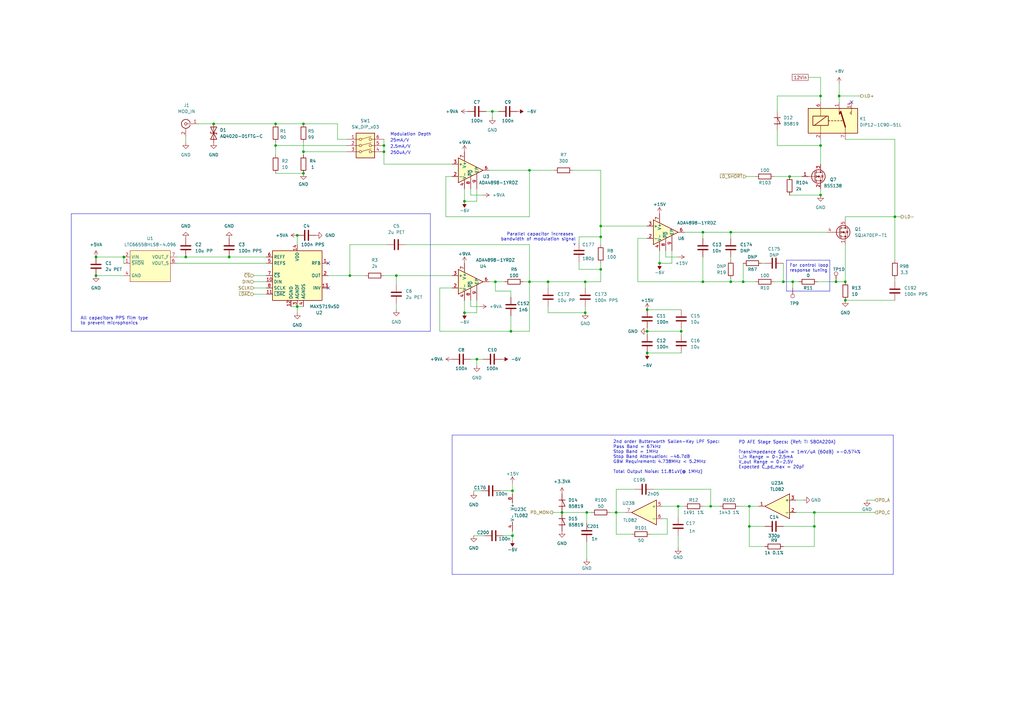
<source format=kicad_sch>
(kicad_sch (version 20230121) (generator eeschema)
  (paper "A3")
  (title_block (title "Kirdy") (date "2022-07-03") (rev "r0.1") (company "M-Labs") (comment 1 "Alex Wong Tat Hang"))
  (lib_symbols
    (symbol "Amplifier_Operational:ADA4898-1YRDZ" (pin_names (offset 0.127))
      (property "Reference" "U" (at 3.81 3.81 0))
      (property "Value" "ADA4898-1YRDZ" (at 11.43 -2.54 0))
      (symbol "ADA4898-1YRDZ_1_1"
        (pin input line (at -7.62 -2.54 0) (length 2.54) (name "-") (number "2"))
        (pin input line (at -7.62 2.54 0) (length 2.54) (name "+") (number "3"))
        (pin power_in line (at -2.54 -7.62 90) (length 3.81) (name "V-") (number "4"))
        (pin output line (at 7.62 0 180) (length 2.54) (name "~") (number "6"))
        (pin power_in line (at -2.54 7.62 270) (length 3.81) (name "V+") (number "7"))
        (pin input line (at 0 -7.62 90) (length 5.08) (name "~{PD}") (number "8"))
        (pin passive line (at 2.54 -7.62 90) (length 6.35) (name "EP") (number "9"))
      )
    )
    (symbol "Amplifier_Operational:TL082" (pin_names (offset 0.127))
      (property "Reference" "U" (at 0 5.08 0))
      (property "Value" "TL082" (at 0 -5.08 0))
      (symbol "TL082_1_1"
        (pin output line (at 7.62 0 180) (length 2.54) (name "~") (number "1"))
        (pin input line (at -7.62 -2.54 0) (length 2.54) (name "-") (number "2"))
        (pin input line (at -7.62 2.54 0) (length 2.54) (name "+") (number "3"))
      )
      (symbol "TL082_2_1"
        (pin input line (at -7.62 2.54 0) (length 2.54) (name "+") (number "5"))
        (pin input line (at -7.62 -2.54 0) (length 2.54) (name "-") (number "6"))
        (pin output line (at 7.62 0 180) (length 2.54) (name "~") (number "7"))
      )
      (symbol "TL082_3_1"
        (pin power_in line (at -2.54 -7.62 90) (length 3.81) (name "V-") (number "4"))
        (pin power_in line (at -2.54 7.62 270) (length 3.81) (name "V+") (number "8"))
      )
    )
    (symbol "Analog_DAC:MAX5719xSD"
      (property "Reference" "U" (at -10.16 11.43 0))
      (property "Value" "MAX5719xSD" (at 1.27 11.43 0))
      (symbol "MAX5719xSD_1_1"
        (pin passive line (at 12.7 5.08 180) (length 2.54) (name "RFB") (number "1"))
        (pin input line (at -12.7 -2.54 0) (length 2.54) (name "DIN") (number "10"))
        (pin input line (at -12.7 -7.62 0) (length 2.54) (name "~{LDAC}") (number "11"))
        (pin power_in line (at -2.54 -12.7 90) (length 2.54) (name "DGND") (number "12"))
        (pin passive line (at 12.7 -5.08 180) (length 2.54) (name "INV") (number "13"))
        (pin power_in line (at 0 12.7 270) (length 2.54) (name "VDD") (number "14"))
        (pin output line (at 12.7 0 180) (length 2.54) (name "OUT") (number "2"))
        (pin power_in line (at 0 -12.7 90) (length 2.54) (name "AGNDF") (number "3"))
        (pin power_in line (at 2.54 -12.7 90) (length 2.54) (name "AGNDS") (number "4"))
        (pin input line (at -12.7 5.08 0) (length 2.54) (name "REFS") (number "5"))
        (pin input line (at -12.7 7.62 0) (length 2.54) (name "REFF") (number "6"))
        (pin input line (at -12.7 0 0) (length 2.54) (name "~{CS}") (number "7"))
        (pin input line (at -12.7 -5.08 0) (length 2.54) (name "SCLK") (number "8"))
        (pin no_connect line (at 10.16 -7.62 180) (length 2.54) hide (name "NC") (number "9"))
      )
    )
    (symbol "Connector:Conn_Coaxial" (pin_names (offset 1.016) hide)
      (property "Reference" "J" (at 0.254 3.048 0))
      (property "Value" "Conn_Coaxial" (at 2.921 0 90))
      (symbol "Conn_Coaxial_1_1"
        (pin passive line (at -5.08 0 0) (length 2.54) (name "In") (number "1"))
        (pin passive line (at 0 -5.08 90) (length 2.54) (name "Ext") (number "2"))
      )
    )
    (symbol "Connector:TestPoint" (pin_numbers hide) (pin_names (offset 0.762) hide)
      (property "Reference" "TP" (at 0 6.858 0))
      (property "Value" "TestPoint" (at 0 5.08 0))
      (symbol "TestPoint_1_1"
        (pin passive line (at 0 0 90) (length 2.54) (name "1") (number "1"))
      )
    )
    (symbol "Device:C" (pin_numbers hide) (pin_names (offset 0.254))
      (property "Reference" "C" (at 0.635 2.54 0))
      (property "Value" "C" (at 0.635 -2.54 0))
      (symbol "C_1_1"
        (pin passive line (at 0 3.81 270) (length 2.794) (name "~") (number "1"))
        (pin passive line (at 0 -3.81 90) (length 2.794) (name "~") (number "2"))
      )
    )
    (symbol "Device:D_Shockley" (pin_numbers hide) (pin_names (offset 1.016) hide)
      (property "Reference" "D" (at 0 2.54 0))
      (property "Value" "D_Shockley" (at 0 -2.54 0))
      (symbol "D_Shockley_1_1"
        (pin passive line (at -3.81 0 0) (length 2.54) (name "K") (number "1"))
        (pin passive line (at 3.81 0 180) (length 2.54) (name "A") (number "2"))
      )
    )
    (symbol "Device:D_TVS" (pin_numbers hide) (pin_names (offset 1.016) hide)
      (property "Reference" "D" (at 0 2.54 0))
      (property "Value" "D_TVS" (at 0 -2.54 0))
      (symbol "D_TVS_1_1"
        (pin passive line (at -3.81 0 0) (length 2.54) (name "A1") (number "1"))
        (pin passive line (at 3.81 0 180) (length 2.54) (name "A2") (number "2"))
      )
    )
    (symbol "Device:R" (pin_numbers hide) (pin_names (offset 0))
      (property "Reference" "R" (at 2.032 0 90))
      (property "Value" "R" (at 0 0 90))
      (symbol "R_1_1"
        (pin passive line (at 0 3.81 270) (length 1.27) (name "~") (number "1"))
        (pin passive line (at 0 -3.81 90) (length 1.27) (name "~") (number "2"))
      )
    )
    (symbol "Relay:DIPxx-1Cxx-51x"
      (property "Reference" "K" (at 11.43 3.81 0))
      (property "Value" "DIPxx-1Cxx-51x" (at 11.43 1.27 0))
      (symbol "DIPxx-1Cxx-51x_1_1"
        (pin passive line (at 2.54 7.62 270) (length 2.54) (name "~") (number "1"))
        (pin passive line (at 7.62 7.62 270) (length 2.54) (name "~") (number "14"))
        (pin passive line (at -5.08 -7.62 90) (length 2.54) (name "~") (number "2"))
        (pin passive line (at -5.08 7.62 270) (length 2.54) (name "~") (number "6"))
        (pin passive line (at 5.08 -7.62 90) (length 2.54) (name "~") (number "7"))
        (pin passive line (at 5.08 -7.62 90) (length 2.54) hide (name "~") (number "8"))
      )
    )
    (symbol "Switch:SW_DIP_x03" (pin_names (offset 0) hide)
      (property "Reference" "SW" (at 0 8.89 0))
      (property "Value" "SW_DIP_x03" (at 0 -3.81 0))
      (symbol "SW_DIP_x03_1_1"
        (pin passive line (at -7.62 5.08 0) (length 5.08) (name "~") (number "1"))
        (pin passive line (at -7.62 2.54 0) (length 5.08) (name "~") (number "2"))
        (pin passive line (at -7.62 0 0) (length 5.08) (name "~") (number "3"))
        (pin passive line (at 7.62 0 180) (length 5.08) (name "~") (number "4"))
        (pin passive line (at 7.62 2.54 180) (length 5.08) (name "~") (number "5"))
        (pin passive line (at 7.62 5.08 180) (length 5.08) (name "~") (number "6"))
      )
    )
    (symbol "Transistor_FET:BSS138" (pin_names hide)
      (property "Reference" "Q" (at 5.08 1.905 0))
      (property "Value" "BSS138" (at 5.08 0 0))
      (symbol "BSS138_1_1"
        (pin input line (at -5.08 0 0) (length 2.54) (name "G") (number "1"))
        (pin passive line (at 2.54 -5.08 90) (length 2.54) (name "S") (number "2"))
        (pin passive line (at 2.54 5.08 270) (length 2.54) (name "D") (number "3"))
      )
    )
    (symbol "Transistor_FET:CSD17507Q5A" (pin_names hide)
      (property "Reference" "Q" (at 5.08 1.905 0))
      (property "Value" "CSD17507Q5A" (at 5.08 0 0))
      (symbol "CSD17507Q5A_1_1"
        (pin passive line (at 2.54 -5.08 90) (length 2.54) (name "S") (number "1"))
        (pin passive line (at 2.54 -5.08 90) (length 2.54) hide (name "S") (number "2"))
        (pin passive line (at 2.54 -5.08 90) (length 2.54) hide (name "S") (number "3"))
        (pin passive line (at -5.08 0 0) (length 2.54) (name "G") (number "4"))
        (pin passive line (at 2.54 5.08 270) (length 2.54) (name "D") (number "5"))
      )
    )
    (symbol "kirdy:LTC6655"
      (property "Reference" "U" (at 0 -10.16 0))
      (property "Value" "LTC6655" (at 0 -7.62 0))
      (symbol "LTC6655_0_0"
        (pin input line (at -10.16 2.54 0) (length 2.54) (name "~{SHDN}") (number "1"))
        (pin power_in line (at -10.16 5.08 0) (length 2.54) (name "VIN") (number "2"))
        (pin power_in line (at -10.16 -2.54 0) (length 2.54) hide (name "GND") (number "3"))
        (pin power_in line (at -10.16 -2.54 0) (length 2.54) (name "GND") (number "4"))
        (pin power_in line (at -10.16 -2.54 0) (length 2.54) hide (name "GND") (number "5"))
        (pin passive line (at 11.43 2.54 180) (length 2.54) (name "VOUT_S") (number "6"))
        (pin output line (at 11.43 5.08 180) (length 2.54) (name "VOUT_F") (number "7"))
        (pin power_in line (at -10.16 -2.54 0) (length 2.54) hide (name "GND") (number "8"))
      )
    )
    (symbol "power:+15V" (power) (pin_names (offset 0))
      (property "Value" "+15V" (at 0 3.556 0))
      (symbol "+15V_1_1"
        (pin power_in line (at 0 0 90) (length 0) hide (name "+15V") (number "1"))
      )
    )
    (symbol "power:+3.3VA" (power) (pin_names (offset 0))
      (property "Value" "+3.3VA" (at 0 3.556 0))
      (symbol "+3.3VA_1_1"
        (pin power_in line (at 0 0 90) (length 0) hide (name "+3.3VA") (number "1"))
      )
    )
    (symbol "power:+5VA" (power) (pin_names (offset 0))
      (property "Value" "+5VA" (at 0 3.556 0))
      (symbol "+5VA_1_1"
        (pin power_in line (at 0 0 90) (length 0) hide (name "+5VA") (number "1"))
      )
    )
    (symbol "power:+8V" (power) (pin_names (offset 0))
      (property "Value" "+8V" (at 0 3.556 0))
      (symbol "+8V_1_1"
        (pin power_in line (at 0 0 90) (length 0) hide (name "+8V") (number "1"))
      )
    )
    (symbol "power:+9VA" (power) (pin_names (offset 0))
      (property "Value" "+9VA" (at 0 3.81 0))
      (symbol "+9VA_1_1"
        (pin power_in line (at 0 0 90) (length 0) hide (name "+9VA") (number "1"))
      )
    )
    (symbol "power:-6V" (power) (pin_names (offset 0))
      (property "Value" "-6V" (at 0 3.81 0))
      (symbol "-6V_0_0"
        (pin power_in line (at 0 0 90) (length 0) hide (name "-6V") (number "1"))
      )
    )
    (symbol "power:GND" (power) (pin_names (offset 0))
      (property "Value" "GND" (at 0 -3.81 0))
      (symbol "GND_1_1"
        (pin power_in line (at 0 0 270) (length 0) hide (name "GND") (number "1"))
      )
    )
  )
  (junction (at 270.51 107.95))
  (junction (at 124.46 71.12))
  (junction (at 217.17 69.85))
  (junction (at 265.43 135.89))
  (junction (at 203.2 115.57))
  (junction (at 121.92 96.52))
  (junction (at 288.29 95.25))
  (junction (at 367.03 88.9))
  (junction (at 334.01 210.185))
  (junction (at 210.185 201.295))
  (junction (at 87.63 50.8))
  (junction (at 201.93 45.72))
  (junction (at 157.48 62.23))
  (junction (at 240.03 115.57))
  (junction (at 195.58 147.32))
  (junction (at 299.72 115.57))
  (junction (at 265.43 127))
  (junction (at 252.73 210.185))
  (junction (at 346.71 115.57))
  (junction (at 190.5 128.27))
  (junction (at 124.46 50.8))
  (junction (at 336.55 39.37))
  (junction (at 217.17 115.57))
  (junction (at 307.34 207.645))
  (junction (at 224.79 115.57))
  (junction (at 334.01 215.9))
  (junction (at 190.5 82.55))
  (junction (at 325.12 115.57))
  (junction (at 288.29 115.57))
  (junction (at 143.51 113.03))
  (junction (at 336.55 80.01))
  (junction (at 299.72 95.25))
  (junction (at 113.03 50.8))
  (junction (at 162.56 113.03))
  (junction (at 76.2 105.41))
  (junction (at 279.4 135.89))
  (junction (at 210.185 219.71))
  (junction (at 246.38 110.49))
  (junction (at 246.38 92.71))
  (junction (at 50.8 105.41))
  (junction (at 346.71 123.19))
  (junction (at 265.43 144.78))
  (junction (at 291.465 207.645))
  (junction (at 93.98 105.41))
  (junction (at 39.37 113.03))
  (junction (at 278.13 207.645))
  (junction (at 240.03 128.27))
  (junction (at 113.03 59.69))
  (junction (at 307.34 215.9))
  (junction (at 336.55 59.69))
  (junction (at 246.38 97.155))
  (junction (at 344.17 39.37))
  (junction (at 230.505 210.185))
  (junction (at 304.8 115.57))
  (junction (at 124.46 62.23))
  (junction (at 121.92 125.73))
  (junction (at 209.55 135.89))
  (junction (at 240.665 210.185))
  (junction (at 39.37 105.41))
  (junction (at 157.48 59.69))
  (junction (at 342.9 115.57))
  (junction (at 323.85 72.39))
  (junction (at 321.31 115.57))
  (no_connect (at 349.25 41.91))
  (no_connect (at 134.62 118.11))
  (no_connect (at 134.62 107.95))
  (wire (pts (xy 162.56 124.46) (xy 162.56 127)))
  (wire (pts (xy 104.14 113.03) (xy 109.22 113.03)))
  (wire (pts (xy 50.8 105.41) (xy 50.8 107.95)))
  (wire (pts (xy 157.48 59.69) (xy 157.48 62.23)))
  (wire (pts (xy 323.85 72.39) (xy 328.93 72.39)))
  (wire (pts (xy 217.17 115.57) (xy 224.79 115.57)))
  (wire (pts (xy 259.08 219.075) (xy 252.73 219.075)))
  (wire (pts (xy 113.03 71.12) (xy 124.46 71.12)))
  (wire (pts (xy 334.01 210.185) (xy 358.775 210.185)))
  (wire (pts (xy 335.28 115.57) (xy 342.9 115.57)))
  (wire (pts (xy 288.29 95.25) (xy 299.72 95.25)))
  (wire (pts (xy 313.69 224.155) (xy 307.34 224.155)))
  (wire (pts (xy 237.49 107.315) (xy 237.49 110.49)))
  (wire (pts (xy 318.77 59.69) (xy 336.55 59.69)))
  (wire (pts (xy 325.12 118.11) (xy 325.12 115.57)))
  (wire (pts (xy 271.78 212.725) (xy 273.685 212.725)))
  (wire (pts (xy 240.03 115.57) (xy 246.38 115.57)))
  (wire (pts (xy 265.43 135.89) (xy 265.43 137.16)))
  (wire (pts (xy 346.71 90.17) (xy 346.71 88.9)))
  (wire (pts (xy 210.185 219.71) (xy 210.185 221.615)))
  (wire (pts (xy 331.47 31.75) (xy 336.55 31.75)))
  (wire (pts (xy 240.665 210.185) (xy 242.57 210.185)))
  (wire (pts (xy 166.37 100.33) (xy 217.17 100.33)))
  (wire (pts (xy 138.43 57.15) (xy 142.24 57.15)))
  (wire (pts (xy 288.29 207.645) (xy 291.465 207.645)))
  (wire (pts (xy 76.2 58.42) (xy 76.2 55.88)))
  (wire (pts (xy 240.03 118.11) (xy 240.03 115.57)))
  (wire (pts (xy 288.29 95.25) (xy 288.29 97.79)))
  (wire (pts (xy 280.67 95.25) (xy 288.29 95.25)))
  (wire (pts (xy 193.04 125.73) (xy 196.85 125.73)))
  (wire (pts (xy 336.55 31.75) (xy 336.55 39.37)))
  (wire (pts (xy 124.46 58.42) (xy 124.46 62.23)))
  (wire (pts (xy 246.38 107.95) (xy 246.38 110.49)))
  (wire (pts (xy 367.03 114.3) (xy 367.03 115.57)))
  (wire (pts (xy 299.72 95.25) (xy 339.09 95.25)))
  (wire (pts (xy 81.28 50.8) (xy 87.63 50.8)))
  (polyline (pts (xy 322.58 119.38) (xy 340.36 119.38)))
  (wire (pts (xy 104.14 118.11) (xy 109.22 118.11)))
  (wire (pts (xy 237.49 110.49) (xy 246.38 110.49)))
  (wire (pts (xy 252.73 200.66) (xy 252.73 210.185)))
  (wire (pts (xy 206.375 219.71) (xy 210.185 219.71)))
  (wire (pts (xy 273.05 105.41) (xy 278.13 105.41)))
  (wire (pts (xy 237.49 97.155) (xy 246.38 97.155)))
  (polyline (pts (xy 322.58 106.68) (xy 340.36 106.68)))
  (wire (pts (xy 318.77 53.34) (xy 318.77 59.69)))
  (wire (pts (xy 157.48 57.15) (xy 157.48 59.69)))
  (wire (pts (xy 299.72 105.41) (xy 299.72 106.68)))
  (wire (pts (xy 76.2 105.41) (xy 93.98 105.41)))
  (wire (pts (xy 104.14 115.57) (xy 109.22 115.57)))
  (wire (pts (xy 113.03 58.42) (xy 113.03 59.69)))
  (wire (pts (xy 200.66 69.85) (xy 217.17 69.85)))
  (wire (pts (xy 201.93 45.72) (xy 201.93 48.26)))
  (wire (pts (xy 326.39 210.185) (xy 334.01 210.185)))
  (wire (pts (xy 306.07 72.39) (xy 309.88 72.39)))
  (wire (pts (xy 224.79 115.57) (xy 240.03 115.57)))
  (wire (pts (xy 267.97 200.66) (xy 291.465 200.66)))
  (wire (pts (xy 217.17 88.9) (xy 217.17 69.85)))
  (wire (pts (xy 209.55 135.89) (xy 217.17 135.89)))
  (wire (pts (xy 210.185 198.12) (xy 210.185 201.295)))
  (wire (pts (xy 252.73 210.185) (xy 256.54 210.185)))
  (wire (pts (xy 162.56 113.03) (xy 185.42 113.03)))
  (wire (pts (xy 157.48 113.03) (xy 162.56 113.03)))
  (wire (pts (xy 299.72 95.25) (xy 299.72 97.79)))
  (wire (pts (xy 217.17 135.89) (xy 217.17 115.57)))
  (wire (pts (xy 367.03 88.9) (xy 346.71 88.9)))
  (wire (pts (xy 240.03 128.27) (xy 240.03 125.73)))
  (wire (pts (xy 72.39 107.95) (xy 109.22 107.95)))
  (wire (pts (xy 336.55 57.15) (xy 336.55 59.69)))
  (wire (pts (xy 124.46 62.23) (xy 142.24 62.23)))
  (wire (pts (xy 214.63 115.57) (xy 217.17 115.57)))
  (wire (pts (xy 278.13 212.09) (xy 278.13 207.645)))
  (wire (pts (xy 279.4 135.89) (xy 265.43 135.89)))
  (wire (pts (xy 201.93 45.72) (xy 204.47 45.72)))
  (wire (pts (xy 180.34 118.11) (xy 180.34 135.89)))
  (wire (pts (xy 307.34 215.9) (xy 307.34 224.155)))
  (wire (pts (xy 195.58 82.55) (xy 195.58 77.47)))
  (wire (pts (xy 190.5 77.47) (xy 190.5 82.55)))
  (wire (pts (xy 195.58 128.27) (xy 195.58 123.19)))
  (wire (pts (xy 291.465 200.66) (xy 291.465 207.645)))
  (wire (pts (xy 143.51 100.33) (xy 143.51 113.03)))
  (wire (pts (xy 158.75 100.33) (xy 143.51 100.33)))
  (polyline (pts (xy 29.21 87.63) (xy 176.53 87.63)))
  (wire (pts (xy 346.71 123.19) (xy 367.03 123.19)))
  (wire (pts (xy 342.9 115.57) (xy 346.71 115.57)))
  (wire (pts (xy 266.7 219.075) (xy 273.685 219.075)))
  (wire (pts (xy 271.78 207.645) (xy 278.13 207.645)))
  (wire (pts (xy 195.58 147.32) (xy 198.12 147.32)))
  (wire (pts (xy 87.63 50.8) (xy 113.03 50.8)))
  (wire (pts (xy 246.38 97.155) (xy 246.38 100.33)))
  (wire (pts (xy 304.8 107.95) (xy 304.8 115.57)))
  (wire (pts (xy 193.04 77.47) (xy 193.04 80.01)))
  (wire (pts (xy 113.03 50.8) (xy 124.46 50.8)))
  (wire (pts (xy 336.55 39.37) (xy 336.55 41.91)))
  (wire (pts (xy 190.5 82.55) (xy 195.58 82.55)))
  (wire (pts (xy 193.04 147.32) (xy 195.58 147.32)))
  (wire (pts (xy 329.565 205.105) (xy 326.39 205.105)))
  (wire (pts (xy 321.31 115.57) (xy 325.12 115.57)))
  (wire (pts (xy 240.665 222.25) (xy 240.665 229.235)))
  (wire (pts (xy 246.38 69.85) (xy 246.38 92.71)))
  (wire (pts (xy 270.51 107.95) (xy 275.59 107.95)))
  (wire (pts (xy 199.39 45.72) (xy 201.93 45.72)))
  (wire (pts (xy 344.17 39.37) (xy 344.17 41.91)))
  (wire (pts (xy 185.42 72.39) (xy 182.88 72.39)))
  (wire (pts (xy 230.505 210.185) (xy 240.665 210.185)))
  (polyline (pts (xy 340.36 119.38) (xy 340.36 106.68)))
  (wire (pts (xy 72.39 105.41) (xy 76.2 105.41)))
  (wire (pts (xy 180.34 135.89) (xy 209.55 135.89)))
  (wire (pts (xy 193.04 123.19) (xy 193.04 125.73)))
  (wire (pts (xy 134.62 113.03) (xy 143.51 113.03)))
  (wire (pts (xy 209.55 119.38) (xy 203.2 119.38)))
  (wire (pts (xy 93.98 105.41) (xy 109.22 105.41)))
  (wire (pts (xy 291.465 207.645) (xy 295.275 207.645)))
  (wire (pts (xy 317.5 115.57) (xy 321.31 115.57)))
  (wire (pts (xy 367.03 57.15) (xy 346.71 57.15)))
  (wire (pts (xy 250.19 210.185) (xy 252.73 210.185)))
  (wire (pts (xy 334.01 210.185) (xy 334.01 215.9)))
  (wire (pts (xy 234.95 69.85) (xy 246.38 69.85)))
  (wire (pts (xy 278.13 224.79) (xy 278.13 219.71)))
  (wire (pts (xy 39.37 105.41) (xy 50.8 105.41)))
  (wire (pts (xy 39.37 113.03) (xy 50.8 113.03)))
  (wire (pts (xy 369.57 88.9) (xy 367.03 88.9)))
  (wire (pts (xy 318.77 39.37) (xy 336.55 39.37)))
  (wire (pts (xy 302.895 207.645) (xy 307.34 207.645)))
  (wire (pts (xy 190.5 128.27) (xy 195.58 128.27)))
  (wire (pts (xy 124.46 62.23) (xy 124.46 63.5)))
  (wire (pts (xy 270.51 102.87) (xy 270.51 107.95)))
  (polyline (pts (xy 29.21 87.63) (xy 29.21 135.89)))
  (wire (pts (xy 325.12 115.57) (xy 327.66 115.57)))
  (wire (pts (xy 113.03 59.69) (xy 142.24 59.69)))
  (wire (pts (xy 252.73 210.185) (xy 252.73 219.075)))
  (wire (pts (xy 261.62 115.57) (xy 261.62 97.79)))
  (wire (pts (xy 121.92 96.52) (xy 121.92 100.33)))
  (wire (pts (xy 273.685 212.725) (xy 273.685 219.075)))
  (wire (pts (xy 273.05 102.87) (xy 273.05 105.41)))
  (wire (pts (xy 157.48 67.31) (xy 185.42 67.31)))
  (wire (pts (xy 226.695 210.185) (xy 230.505 210.185)))
  (polyline (pts (xy 322.58 106.68) (xy 322.58 119.38)))
  (wire (pts (xy 217.17 69.85) (xy 227.33 69.85)))
  (wire (pts (xy 336.55 59.69) (xy 336.55 67.31)))
  (wire (pts (xy 321.31 224.155) (xy 334.01 224.155)))
  (wire (pts (xy 304.8 115.57) (xy 309.88 115.57)))
  (wire (pts (xy 194.31 201.93) (xy 194.31 201.295)))
  (wire (pts (xy 344.17 39.37) (xy 353.06 39.37)))
  (wire (pts (xy 288.29 115.57) (xy 261.62 115.57)))
  (wire (pts (xy 307.34 207.645) (xy 311.15 207.645)))
  (wire (pts (xy 182.88 88.9) (xy 217.17 88.9)))
  (wire (pts (xy 119.38 125.73) (xy 121.92 125.73)))
  (wire (pts (xy 246.38 92.71) (xy 265.43 92.71)))
  (wire (pts (xy 367.03 88.9) (xy 367.03 106.68)))
  (wire (pts (xy 104.14 120.65) (xy 109.22 120.65)))
  (wire (pts (xy 318.77 45.72) (xy 318.77 39.37)))
  (wire (pts (xy 143.51 113.03) (xy 149.86 113.03)))
  (wire (pts (xy 193.04 80.01) (xy 198.12 80.01)))
  (wire (pts (xy 246.38 92.71) (xy 246.38 97.155)))
  (polyline (pts (xy 29.21 135.89) (xy 176.53 135.89)))
  (wire (pts (xy 210.185 201.295) (xy 210.185 202.565)))
  (wire (pts (xy 194.31 201.295) (xy 197.485 201.295)))
  (wire (pts (xy 224.79 125.73) (xy 224.79 128.27)))
  (wire (pts (xy 299.72 114.3) (xy 299.72 115.57)))
  (wire (pts (xy 367.03 57.15) (xy 367.03 88.9)))
  (wire (pts (xy 190.5 123.19) (xy 190.5 128.27)))
  (wire (pts (xy 224.79 118.11) (xy 224.79 115.57)))
  (wire (pts (xy 203.2 119.38) (xy 203.2 115.57)))
  (wire (pts (xy 321.31 107.95) (xy 321.31 115.57)))
  (wire (pts (xy 209.55 129.54) (xy 209.55 135.89)))
  (wire (pts (xy 205.105 201.295) (xy 210.185 201.295)))
  (wire (pts (xy 279.4 134.62) (xy 279.4 135.89)))
  (wire (pts (xy 344.17 34.29) (xy 344.17 39.37)))
  (wire (pts (xy 312.42 107.95) (xy 313.69 107.95)))
  (wire (pts (xy 246.38 110.49) (xy 246.38 115.57)))
  (wire (pts (xy 323.85 80.01) (xy 336.55 80.01)))
  (wire (pts (xy 113.03 59.69) (xy 113.03 63.5)))
  (wire (pts (xy 121.92 125.73) (xy 121.92 128.27)))
  (wire (pts (xy 217.17 100.33) (xy 217.17 115.57)))
  (wire (pts (xy 279.4 135.89) (xy 279.4 137.16)))
  (wire (pts (xy 210.185 217.805) (xy 210.185 219.71)))
  (wire (pts (xy 162.56 113.03) (xy 162.56 116.84)))
  (wire (pts (xy 157.48 62.23) (xy 157.48 67.31)))
  (wire (pts (xy 346.71 100.33) (xy 346.71 115.57)))
  (wire (pts (xy 124.46 50.8) (xy 138.43 50.8)))
  (wire (pts (xy 355.6 205.105) (xy 358.775 205.105)))
  (wire (pts (xy 203.2 115.57) (xy 207.01 115.57)))
  (wire (pts (xy 240.665 214.63) (xy 240.665 210.185)))
  (wire (pts (xy 336.55 77.47) (xy 336.55 80.01)))
  (wire (pts (xy 321.31 215.9) (xy 334.01 215.9)))
  (wire (pts (xy 307.34 207.645) (xy 307.34 215.9)))
  (wire (pts (xy 317.5 72.39) (xy 323.85 72.39)))
  (wire (pts (xy 185.42 118.11) (xy 180.34 118.11)))
  (wire (pts (xy 194.31 219.71) (xy 198.755 219.71)))
  (wire (pts (xy 265.43 134.62) (xy 265.43 135.89)))
  (wire (pts (xy 224.79 128.27) (xy 240.03 128.27)))
  (wire (pts (xy 265.43 127) (xy 279.4 127)))
  (wire (pts (xy 260.35 200.66) (xy 252.73 200.66)))
  (wire (pts (xy 288.29 115.57) (xy 299.72 115.57)))
  (wire (pts (xy 209.55 121.92) (xy 209.55 119.38)))
  (wire (pts (xy 265.43 144.78) (xy 279.4 144.78)))
  (wire (pts (xy 278.13 207.645) (xy 280.67 207.645)))
  (wire (pts (xy 200.66 115.57) (xy 203.2 115.57)))
  (wire (pts (xy 138.43 50.8) (xy 138.43 57.15)))
  (wire (pts (xy 275.59 107.95) (xy 275.59 102.87)))
  (wire (pts (xy 288.29 105.41) (xy 288.29 115.57)))
  (wire (pts (xy 195.58 147.32) (xy 195.58 149.86)))
  (wire (pts (xy 299.72 115.57) (xy 304.8 115.57)))
  (polyline (pts (xy 176.53 135.89) (xy 176.53 87.63)))
  (wire (pts (xy 237.49 99.695) (xy 237.49 97.155)))
  (wire (pts (xy 121.92 125.73) (xy 124.46 125.73)))
  (wire (pts (xy 182.88 72.39) (xy 182.88 88.9)))
  (wire (pts (xy 261.62 97.79) (xy 265.43 97.79)))
  (wire (pts (xy 334.01 215.9) (xy 334.01 224.155)))
  (wire (pts (xy 313.69 215.9) (xy 307.34 215.9)))
  (rectangle (start 185.42 178.435) (end 366.395 235.585))
  (text "250uA/V" (at 160.02 63.5 0) (effects (font (size 1.27 1.27)) (justify left bottom)))
  (text "All capacitors PPS film type\nto prevent microphonics " (at 33.02 133.35 0) (effects (font (size 1.27 1.27)) (justify left bottom)))
  (text "2.5mA/V" (at 160.02 60.96 0) (effects (font (size 1.27 1.27)) (justify left bottom)))
  (text "For control loop\nresponse tuning" (at 323.85 111.76 0) (effects (font (size 1.27 1.27)) (justify left bottom)))
  (text "25mA/V" (at 160.02 58.42 0) (effects (font (size 1.27 1.27)) (justify left bottom)))
  (text "PD AFE Stage Specs: (Ref: TI SBOA220A)\n\nTransimpedance Gain = 1mV/uA (60dB) +-0.574%\nI_in Range = 0-2.5mA\nV_out Range = 0-2.5V\nExpected C_pd_max = 20pF" (at 302.895 192.405 0) (effects (font (size 1.27 1.27)) (justify left bottom)))
  (text "\n2nd order Butterworth Sallen-Key LPF Spec:\nPass Band = 67kHz\nStop Band = 1MHz\nStop Band Attenuation: -46.7dB\nGBW Requirement: 4.738MHz < 5.2MHz\n\nTotal Output Noise: 11.81uV(@ 1MHz)" (at 251.46 194.31 0) (effects (font (size 1.27 1.27)) (justify left bottom)))
  (text "Parallel capacitor increases \nbandwidth of modulation signal\nv" (at 236.22 100.965 0) (effects (font (size 1.27 1.27)) (justify right bottom)))
  (text "Modulation Depth" (at 160.02 55.88 0) (effects (font (size 1.27 1.27)) (justify left bottom)))
  (global_label "12Vin" (shape passive) (at 331.47 31.75 180) (property "Intersheetrefs" "${INTERSHEET_REFS}" (effects hide)))
  (hierarchical_label "PD_MON" (shape output) (at 226.695 210.185 180))
  (hierarchical_label "PD_C" (shape input) (at 358.775 210.185 0))
  (hierarchical_label "~{LDAC}" (shape input) (at 104.14 120.65 180))
  (hierarchical_label "~{LD_SHORT}" (shape input) (at 306.07 72.39 180))
  (hierarchical_label "LD+" (shape output) (at 353.06 39.37 0))
  (hierarchical_label "PD_A" (shape input) (at 358.775 205.105 0))
  (hierarchical_label "SCLK" (shape input) (at 104.14 118.11 180))
  (hierarchical_label "DIN" (shape input) (at 104.14 115.57 180))
  (hierarchical_label "LD-" (shape output) (at 369.57 88.9 0))
  (hierarchical_label "~{CS}" (shape input) (at 104.14 113.03 180))
  (symbol (lib_id "Connector:TestPoint") (at 342.9 115.57 0) (unit 1)
    (property "Reference" "TP10" (at 341.63 110.49 0) (effects (justify left)))
    (property "Value" "TestPoint" (effects hide))
    (property "Footprint" "TestPoint:TestPoint_Pad_2.0x2.0mm" (effects hide))
  )
  (symbol (lib_id "Device:R") (at 299.72 110.49 180) (unit 1)
    (property "Reference" "R19" (at 295.91 111.76 0))
    (property "Value" "DNP" (at 295.91 109.22 0))
    (property "Footprint" "Resistor_SMD:R_0603_1608Metric" (effects hide))
  )
  (symbol (lib_id "Device:R") (at 284.48 207.645 90) (unit 1)
    (property "Reference" "R12" (at 284.48 205.105 90))
    (property "Value" "1k91 1%" (at 284.48 210.185 90))
    (property "Footprint" "Resistor_SMD:R_0603_1608Metric" (effects hide))
    (property "MFR_PN_ALT" "WR06X1001FTL" (effects hide))
  )
  (symbol (lib_id "Device:C") (at 264.16 200.66 270) (unit 1)
    (property "Reference" "C195" (at 262.255 196.85 90))
    (property "Value" "2n05" (at 267.97 202.565 90))
    (property "Footprint" "Capacitor_SMD:C_0603_1608Metric" (effects hide))
  )
  (symbol (lib_id "Device:R") (at 323.85 76.2 180) (unit 1)
    (property "Reference" "R104" (at 326.39 74.9299 0) (effects (justify right)))
    (property "Value" "2k" (at 326.39 77.4699 0) (effects (justify right)))
    (property "Footprint" "Resistor_SMD:R_0603_1608Metric" (effects hide))
    (property "MFR_PN" "RC0603FR-072KL" (effects hide))
    (property "MFR_PN_ALT" "ERJ-3EKF2001V" (effects hide))
  )
  (symbol (lib_id "power:GND") (at 336.55 80.01 0) (unit 1)
    (property "Reference" "#PWR0171" (effects hide))
    (property "Value" "GND" (at 336.55 85.09 0))
  )
  (symbol (lib_id "power:-6V") (at 212.09 45.72 270) (unit 1)
    (property "Reference" "#PWR022" (effects hide))
    (property "Value" "-6V" (at 215.9 45.7199 90) (effects (justify left)))
  )
  (symbol (lib_id "Device:C") (at 162.56 100.33 90) (unit 1)
    (property "Reference" "C5" (at 162.56 92.71 90))
    (property "Value" "2u PET" (at 162.56 95.25 90))
    (property "Footprint" "Capacitor_SMD:C_1812_4532Metric" (effects hide))
    (property "MFR_PN" "35MU225MC14532" (effects hide))
  )
  (symbol (lib_id "power:+15V") (at 265.43 127 0) (unit 1)
    (property "Reference" "#PWR028" (effects hide))
    (property "Value" "+15V" (at 265.43 123.19 0))
  )
  (symbol (lib_id "Device:R") (at 331.47 115.57 90) (unit 1)
    (property "Reference" "R11" (at 331.47 118.11 90))
    (property "Value" "0" (at 331.47 113.03 90))
    (property "Footprint" "Resistor_SMD:R_0603_1608Metric" (effects hide))
    (property "MFR_PN" "RMCF0603ZT0R00" (effects hide))
    (property "MFR_PN_ALT" "CR0603-J/-000ELF" (effects hide))
  )
  (symbol (lib_id "power:-6V") (at 205.74 147.32 270) (unit 1)
    (property "Reference" "#PWR023" (effects hide))
    (property "Value" "-6V" (at 209.55 147.3199 90) (effects (justify left)))
  )
  (symbol (lib_id "Device:D_Shockley") (at 230.505 206.375 270) (unit 1)
    (property "Reference" "D14" (at 233.045 205.1049 90) (effects (justify left)))
    (property "Value" "B5819" (at 233.045 207.6449 90) (effects (justify left)))
    (property "Footprint" "Diode_SMD:D_SOD-323" (effects hide))
    (property "MFR_PN" "B5819WS-TP" (effects hide))
  )
  (symbol (lib_id "power:GND") (at 194.31 201.93 0) (unit 1)
    (property "Reference" "#PWR0191" (effects hide))
    (property "Value" "GND" (at 194.31 207.01 0))
  )
  (symbol (lib_id "Device:C") (at 208.28 45.72 90) (unit 1)
    (property "Reference" "C9" (at 208.28 41.91 90))
    (property "Value" "100n" (at 208.28 49.53 90))
    (property "Footprint" "Capacitor_SMD:C_0603_1608Metric" (effects hide))
    (property "MFR_PN" "CL10B104KB8NNWC" (effects hide))
    (property "MFR_PN_ALT" "CL10B104KB8NNNL" (effects hide))
  )
  (symbol (lib_id "Device:R") (at 346.71 119.38 0) (unit 1)
    (property "Reference" "R13" (at 349.25 118.11 0) (effects (justify left)))
    (property "Value" "10" (at 349.25 120.65 0) (effects (justify left)))
    (property "Footprint" "Package_TO_SOT_THT:TO-220-2_Horizontal_TabDown" (effects hide))
    (property "Datasheet" "https://www.alpha-elec.co.jp/w2img/2022100715510167015-PD(EN)_final_10Jan2018.pdf" (effects hide))
    (property "MFR_PN" "PDY10R000F" (effects hide))
  )
  (symbol (lib_id "Relay:DIPxx-1Cxx-51x") (at 341.63 49.53 0) (unit 1)
    (property "Reference" "K1" (at 352.552 48.6953 0) (effects (justify left)))
    (property "Value" "DIP12-1C90-51L" (at 352.552 51.2322 0) (effects (justify left)))
    (property "Footprint" "Relay_THT:Relay_StandexMeder_DIP_LowProfile" (effects hide))
    (property "Datasheet" "https://standexelectronics.com/wp-content/uploads/datasheet_reed_relay_DIP.pdf" (effects hide))
  )
  (symbol (lib_id "Device:C") (at 278.13 215.9 180) (unit 1)
    (property "Reference" "C17" (at 283.21 214.63 0))
    (property "Value" "1n" (at 283.845 217.805 0))
    (property "Footprint" "Capacitor_SMD:C_0603_1608Metric" (effects hide))
  )
  (symbol (lib_id "power:+5VA") (at 39.37 105.41 0) (unit 1)
    (property "Reference" "#PWR01" (effects hide))
    (property "Value" "+5VA" (at 39.37 100.33 0))
  )
  (symbol (lib_id "Device:C") (at 279.4 140.97 0) (unit 1)
    (property "Reference" "C16" (at 283.21 139.6999 0) (effects (justify left)))
    (property "Value" "10u" (at 283.21 142.2399 0) (effects (justify left)))
    (property "Footprint" "Capacitor_SMD:C_0805_2012Metric" (effects hide))
    (property "MFR_PN" "CL21B106KOQNNNG" (effects hide))
    (property "MFR_PN_ALT" "CL21B106KOQNNNE" (effects hide))
  )
  (symbol (lib_id "Device:C") (at 76.2 101.6 0) (unit 1)
    (property "Reference" "C2" (at 80.01 100.3299 0) (effects (justify left)))
    (property "Value" "10u PP" (at 80.01 102.8699 0) (effects (justify left)))
    (property "Footprint" "Capacitor_SMD:C_1812_4532Metric" (effects hide))
    (property "MFR_PN" "16MU106MC44532" (effects hide))
  )
  (symbol (lib_id "Connector:TestPoint") (at 325.12 118.11 180) (unit 1)
    (property "Reference" "TP9" (at 327.66 124.46 0) (effects (justify left)))
    (property "Value" "TestPoint" (effects hide))
    (property "Footprint" "TestPoint:TestPoint_Pad_2.0x2.0mm" (effects hide))
  )
  (symbol (lib_id "Device:C") (at 299.72 101.6 0) (unit 1)
    (property "Reference" "C174" (at 303.53 100.3299 0) (effects (justify left)))
    (property "Value" "DNP" (at 303.53 102.8699 0) (effects (justify left)))
    (property "Footprint" "Capacitor_SMD:C_0603_1608Metric" (effects hide))
  )
  (symbol (lib_id "Device:R") (at 313.69 115.57 90) (unit 1)
    (property "Reference" "R10" (at 313.69 118.11 90))
    (property "Value" "100" (at 313.69 113.03 90))
    (property "Footprint" "Resistor_SMD:R_0603_1608Metric" (effects hide))
    (property "MFR_PN" "WR06X1000FTL" (effects hide))
    (property "MFR_PN_ALT" "RMCF0603FT100R" (effects hide))
  )
  (symbol (lib_id "Device:R") (at 367.03 110.49 180) (unit 1)
    (property "Reference" "R98" (at 370.84 109.22 0))
    (property "Value" "3.3" (at 370.84 111.76 0))
    (property "Footprint" "Resistor_SMD:R_0603_1608Metric" (effects hide))
  )
  (symbol (lib_id "power:GND") (at 121.92 128.27 0) (unit 1)
    (property "Reference" "#PWR06" (effects hide))
    (property "Value" "GND" (at 121.92 133.35 0))
  )
  (symbol (lib_id "Amplifier_Operational:ADA4898-1YRDZ") (at 273.05 95.25 0) (unit 1)
    (property "Reference" "U6" (at 279.4 97.79 0))
    (property "Value" "ADA4898-1YRDZ" (at 285.75 91.44 0))
    (property "Footprint" "Package_SO:SOIC-8-1EP_3.9x4.9mm_P1.27mm_EP2.29x3mm" (effects hide))
    (property "Datasheet" "https://www.analog.com/media/en/technical-documentation/data-sheets/ada4898-1_4898-2.pdf" (effects hide))
    (property "MFR_PN" "ADA4898-1YRDZ" (effects hide))
  )
  (symbol (lib_id "Device:C") (at 288.29 101.6 0) (unit 1)
    (property "Reference" "C13" (at 292.1 100.3299 0) (effects (justify left)))
    (property "Value" "10n" (at 292.1 102.8699 0) (effects (justify left)))
    (property "Footprint" "Capacitor_SMD:C_0603_1608Metric" (effects hide))
    (property "MFR_PN" "0603B103K500CT" (effects hide))
    (property "MFR_PN_ALT" "CL10B103KB8NNNC" (effects hide))
  )
  (symbol (lib_id "power:GND") (at 278.13 224.79 0) (unit 1)
    (property "Reference" "#PWR0187" (effects hide))
    (property "Value" "GND" (at 278.13 228.6 0))
  )
  (symbol (lib_id "power:GND") (at 329.565 205.105 90) (unit 1)
    (property "Reference" "#PWR0182" (effects hide))
    (property "Value" "GND" (at 334.645 205.105 90))
  )
  (symbol (lib_id "Device:C") (at 367.03 119.38 0) (unit 1)
    (property "Reference" "C192" (at 370.84 118.1099 0) (effects (justify left)))
    (property "Value" "100n PPS" (at 370.84 120.6499 0) (effects (justify left)))
    (property "Footprint" "Capacitor_SMD:C_1210_3225Metric" (effects hide))
    (property "MFR_PN" "ECH-U1C104JX5" (effects hide))
  )
  (symbol (lib_id "Device:R") (at 246.38 104.14 180) (unit 1)
    (property "Reference" "R8" (at 248.92 102.8699 0) (effects (justify right)))
    (property "Value" "100" (at 248.92 105.4099 0) (effects (justify right)))
    (property "Footprint" "Resistor_SMD:R_0603_1608Metric" (effects hide))
    (property "MFR_PN" "RT0603FRE07300RL" (effects hide))
    (property "MFR_PN_ALT" "RC0603FR-10300RL" (effects hide))
  )
  (symbol (lib_id "power:GND") (at 129.54 96.52 90) (unit 1)
    (property "Reference" "#PWR07" (effects hide))
    (property "Value" "GND" (at 133.35 96.5199 90) (effects (justify right)))
  )
  (symbol (lib_id "Device:R") (at 113.03 67.31 180) (unit 1)
    (property "Reference" "R2" (at 116.84 66.04 0))
    (property "Value" "10" (at 116.84 68.58 0))
    (property "Footprint" "Resistor_SMD:R_0603_1608Metric" (effects hide))
    (property "MFR_PN" "RT0603BRD0710RL" (effects hide))
    (property "MFR_PN_ALT" "WR06X10R0FTL" (effects hide))
  )
  (symbol (lib_id "power:GND") (at 39.37 113.03 0) (unit 1)
    (property "Reference" "#PWR02" (effects hide))
    (property "Value" "GND" (at 39.37 118.11 0))
  )
  (symbol (lib_id "power:GND") (at 76.2 97.79 180) (unit 1)
    (property "Reference" "#PWR03" (effects hide))
    (property "Value" "GND" (at 76.2 92.71 0))
  )
  (symbol (lib_id "power:-6V") (at 210.185 221.615 180) (unit 1)
    (property "Reference" "#PWR0181" (effects hide))
    (property "Value" "-6V" (at 210.185 225.425 0))
  )
  (symbol (lib_id "Device:C") (at 224.79 121.92 0) (unit 1)
    (property "Reference" "C172" (at 228.6 120.6499 0) (effects (justify left)))
    (property "Value" "10u PP" (at 228.6 123.1899 0) (effects (justify left)))
    (property "Footprint" "Capacitor_SMD:C_1812_4532Metric" (effects hide))
    (property "MFR_PN" "16MU106MC44532" (effects hide))
  )
  (symbol (lib_id "Device:R") (at 262.89 219.075 90) (unit 1)
    (property "Reference" "R101" (at 262.89 216.535 90))
    (property "Value" "50" (at 262.89 221.615 90))
    (property "Footprint" "Resistor_SMD:R_0603_1608Metric" (effects hide))
    (property "MFR_PN_ALT" "WR06X1001FTL" (effects hide))
  )
  (symbol (lib_id "Switch:SW_DIP_x03") (at 149.86 62.23 0) (unit 1)
    (property "Reference" "SW1" (at 149.86 49.53 0))
    (property "Value" "SW_DIP_x03" (at 149.86 52.07 0))
    (property "Footprint" "Button_Switch_SMD:SW_DIP_SPSTx03_Slide_Omron_A6S-310x_W8.9mm_P2.54mm" (effects hide))
    (property "MFR_PN" "A6SN-3104" (effects hide))
    (property "MFR_PN_ALT" "A6S-3102" (effects hide))
  )
  (symbol (lib_id "Amplifier_Operational:ADA4898-1YRDZ") (at 193.04 115.57 0) (unit 1)
    (property "Reference" "U4" (at 198.12 109.22 0))
    (property "Value" "ADA4898-1YRDZ" (at 203.2 106.68 0))
    (property "Footprint" "Package_SO:SOIC-8-1EP_3.9x4.9mm_P1.27mm_EP2.29x3mm" (effects hide))
    (property "Datasheet" "https://www.analog.com/media/en/technical-documentation/data-sheets/ada4898-1_4898-2.pdf" (effects hide))
    (property "MFR_PN" "ADA4898-1YRDZ" (effects hide))
  )
  (symbol (lib_id "Device:C") (at 317.5 215.9 90) (unit 1)
    (property "Reference" "C14" (at 317.5 212.09 90))
    (property "Value" "330p" (at 317.5 219.71 90))
    (property "Footprint" "Capacitor_SMD:C_0603_1608Metric" (effects hide))
  )
  (symbol (lib_id "power:GND") (at 265.43 135.89 270) (unit 1)
    (property "Reference" "#PWR029" (effects hide))
    (property "Value" "GND" (at 261.62 135.8899 90) (effects (justify right)))
  )
  (symbol (lib_id "power:GND") (at 194.31 219.71 0) (unit 1)
    (property "Reference" "#PWR0192" (effects hide))
    (property "Value" "GND" (at 194.31 224.79 0))
  )
  (symbol (lib_id "Device:C") (at 265.43 140.97 0) (unit 1)
    (property "Reference" "C12" (at 269.24 139.6999 0) (effects (justify left)))
    (property "Value" "100n" (at 269.24 142.2399 0) (effects (justify left)))
    (property "Footprint" "Capacitor_SMD:C_0603_1608Metric" (effects hide))
    (property "MFR_PN" "CL10B104KB8NNWC" (effects hide))
    (property "MFR_PN_ALT" "CL10B104KB8NNNL" (effects hide))
  )
  (symbol (lib_id "power:GND") (at 162.56 127 0) (unit 1)
    (property "Reference" "#PWR09" (effects hide))
    (property "Value" "GND" (at 162.56 132.08 0))
  )
  (symbol (lib_id "Device:R") (at 317.5 224.155 90) (unit 1)
    (property "Reference" "R9" (at 317.5 221.615 90))
    (property "Value" "1k 0.1%" (at 317.5 226.695 90))
    (property "Footprint" "Resistor_SMD:R_0603_1608Metric" (effects hide))
    (property "MFR_PN" "RP0603BRD071KL" (effects hide))
    (property "MFR_PN_ALT" "WR06X1001FTL" (effects hide))
  )
  (symbol (lib_id "Device:R") (at 153.67 113.03 90) (unit 1)
    (property "Reference" "R3" (at 153.67 106.68 90))
    (property "Value" "2k" (at 153.67 109.22 90))
    (property "Footprint" "Resistor_SMD:R_0603_1608Metric" (effects hide))
    (property "MFR_PN" "RC0603FR-072KL" (effects hide))
    (property "MFR_PN_ALT" "ERJ-3EKF2001V" (effects hide))
  )
  (symbol (lib_id "Device:C") (at 209.55 125.73 180) (unit 1)
    (property "Reference" "C152" (at 214.63 124.46 0))
    (property "Value" "1n6" (at 214.63 127 0))
    (property "Footprint" "Capacitor_SMD:C_0603_1608Metric" (effects hide))
    (property "MFR_PN" "GCM1885C1H162FA16D" (effects hide))
    (property "MFR_PN_ALT" "C0603C162J5GAC7867" (effects hide))
  )
  (symbol (lib_id "Device:C") (at 201.93 147.32 90) (unit 1)
    (property "Reference" "C10" (at 201.93 143.51 90))
    (property "Value" "100n" (at 201.93 151.13 90))
    (property "Footprint" "Capacitor_SMD:C_0603_1608Metric" (effects hide))
    (property "MFR_PN" "CL10B104KB8NNWC" (effects hide))
    (property "MFR_PN_ALT" "CL10B104KB8NNNL" (effects hide))
  )
  (symbol (lib_id "power:+9VA") (at 198.12 80.01 270) (unit 1)
    (property "Reference" "#PWR020" (effects hide))
    (property "Value" "+9VA" (at 201.93 80.0099 90) (effects (justify left)))
  )
  (symbol (lib_id "Device:R") (at 124.46 54.61 0) (unit 1)
    (property "Reference" "R5" (at 126.238 53.7753 0) (effects (justify left)))
    (property "Value" "99" (at 126.238 56.3122 0) (effects (justify left)))
    (property "Footprint" "Resistor_SMD:R_0603_1608Metric" (effects hide))
  )
  (symbol (lib_id "Device:C") (at 317.5 107.95 90) (unit 1)
    (property "Reference" "C175" (at 317.5 102.0912 90))
    (property "Value" "DNP" (at 317.5 104.6281 90))
    (property "Footprint" "Capacitor_SMD:C_0603_1608Metric" (effects hide))
  )
  (symbol (lib_id "power:-6V") (at 190.5 128.27 180) (unit 1)
    (property "Reference" "#PWR017" (effects hide))
    (property "Value" "-6V" (at 190.5 132.08 0))
  )
  (symbol (lib_id "Device:C") (at 202.565 219.71 270) (unit 1)
    (property "Reference" "C200" (at 195.58 218.44 90) (effects (justify left)))
    (property "Value" "100n" (at 204.47 220.98 90) (effects (justify left)))
    (property "Footprint" "Capacitor_SMD:C_0603_1608Metric" (effects hide))
    (property "MFR_PN" "CL10B104KB8NNWC" (effects hide))
    (property "MFR_PN_ALT" "CL10B104KB8NNNL" (effects hide))
  )
  (symbol (lib_id "power:+15V") (at 278.13 105.41 270) (unit 1)
    (property "Reference" "#PWR027" (effects hide))
    (property "Value" "+15V" (at 276.86 107.95 90) (effects (justify left)))
  )
  (symbol (lib_id "Device:C") (at 279.4 130.81 0) (unit 1)
    (property "Reference" "C15" (at 283.21 129.5399 0) (effects (justify left)))
    (property "Value" "10u" (at 283.21 132.0799 0) (effects (justify left)))
    (property "Footprint" "Capacitor_SMD:C_0805_2012Metric" (effects hide))
    (property "MFR_PN" "CL21B106KOQNNNG" (effects hide))
    (property "MFR_PN_ALT" "CL21B106KOQNNNE" (effects hide))
  )
  (symbol (lib_id "Amplifier_Operational:TL082") (at 318.77 207.645 0) (mirror y) (unit 1)
    (property "Reference" "U23" (at 318.77 198.12 0))
    (property "Value" "TL082" (at 318.77 200.66 0))
    (property "Datasheet" "http://www.ti.com/lit/ds/symlink/tl081.pdf" (effects hide))
  )
  (symbol (lib_id "Device:R") (at 308.61 107.95 90) (unit 1)
    (property "Reference" "R67" (at 308.61 110.49 90))
    (property "Value" "DNP" (at 308.61 105.41 90))
    (property "Footprint" "Resistor_SMD:R_0603_1608Metric" (effects hide))
  )
  (symbol (lib_id "power:+9VA") (at 191.77 45.72 90) (unit 1)
    (property "Reference" "#PWR011" (effects hide))
    (property "Value" "+9VA" (at 187.96 45.7199 90) (effects (justify left)))
  )
  (symbol (lib_id "Device:R") (at 313.69 72.39 90) (unit 1)
    (property "Reference" "R103" (at 313.69 74.93 90))
    (property "Value" "100" (at 313.69 69.85 90))
    (property "Footprint" "Resistor_SMD:R_0603_1608Metric" (effects hide))
    (property "MFR_PN" "WR06X1000FTL" (effects hide))
    (property "MFR_PN_ALT" "RMCF0603FT100R" (effects hide))
  )
  (symbol (lib_id "power:+3.3VA") (at 230.505 202.565 0) (unit 1)
    (property "Reference" "#PWR0189" (effects hide))
    (property "Value" "+3.3VA" (at 230.505 197.485 0))
  )
  (symbol (lib_id "power:GND") (at 240.665 229.235 0) (unit 1)
    (property "Reference" "#PWR0188" (effects hide))
    (property "Value" "GND" (at 240.665 233.045 0))
  )
  (symbol (lib_id "power:GND") (at 124.46 71.12 0) (unit 1)
    (property "Reference" "#PWR012" (effects hide))
    (property "Value" "GND" (at 124.46 75.5634 0))
  )
  (symbol (lib_id "power:+15V") (at 210.185 198.12 0) (unit 1)
    (property "Reference" "#PWR033" (effects hide))
    (property "Value" "+15V" (at 210.185 194.31 0))
  )
  (symbol (lib_id "Device:R") (at 231.14 69.85 90) (unit 1)
    (property "Reference" "R7" (at 231.14 63.5 90))
    (property "Value" "300" (at 231.14 66.04 90))
    (property "Footprint" "Resistor_SMD:R_0603_1608Metric" (effects hide))
    (property "MFR_PN" "WR06X1000FTL" (effects hide))
    (property "MFR_PN_ALT" "RMCF0603FT100R" (effects hide))
  )
  (symbol (lib_id "Device:R") (at 246.38 210.185 90) (unit 1)
    (property "Reference" "R100" (at 246.38 205.105 90))
    (property "Value" "50" (at 246.38 207.645 90))
    (property "Footprint" "Resistor_SMD:R_0603_1608Metric" (effects hide))
    (property "MFR_PN_ALT" "RC0603FR-10300RL" (effects hide))
  )
  (symbol (lib_id "power:+9VA") (at 185.42 147.32 90) (unit 1)
    (property "Reference" "#PWR013" (effects hide))
    (property "Value" "+9VA" (at 181.61 147.3199 90) (effects (justify left)))
  )
  (symbol (lib_id "power:GND") (at 87.63 58.42 0) (unit 1)
    (property "Reference" "#PWR010" (effects hide))
    (property "Value" "GND" (at 87.63 63.5 0))
  )
  (symbol (lib_id "Device:C") (at 237.49 103.505 0) (unit 1)
    (property "Reference" "C177" (at 241.3 100.33 0))
    (property "Value" "180p" (at 241.3 106.045 0))
    (property "Footprint" "Capacitor_SMD:C_0603_1608Metric" (effects hide))
    (property "MFR_PN_ALT" "CL10B104KB8NNNL" (effects hide))
  )
  (symbol (lib_id "Device:R") (at 113.03 54.61 0) (unit 1)
    (property "Reference" "R1" (at 114.808 53.7753 0) (effects (justify left)))
    (property "Value" "90" (at 114.808 56.3122 0) (effects (justify left)))
    (property "Footprint" "Resistor_SMD:R_0603_1608Metric" (effects hide))
  )
  (symbol (lib_id "power:+9VA") (at 196.85 125.73 270) (unit 1)
    (property "Reference" "#PWR021" (effects hide))
    (property "Value" "+9VA" (at 200.66 125.7299 90) (effects (justify left)))
  )
  (symbol (lib_id "power:GND") (at 346.71 123.19 0) (unit 1)
    (property "Reference" "#PWR039" (effects hide))
    (property "Value" "GND" (at 346.71 128.27 0))
  )
  (symbol (lib_id "Device:C") (at 201.295 201.295 270) (unit 1)
    (property "Reference" "C176" (at 194.31 200.025 90) (effects (justify left)))
    (property "Value" "100n" (at 203.2 202.565 90) (effects (justify left)))
    (property "Footprint" "Capacitor_SMD:C_0603_1608Metric" (effects hide))
    (property "MFR_PN" "CL10B104KB8NNWC" (effects hide))
    (property "MFR_PN_ALT" "CL10B104KB8NNNL" (effects hide))
  )
  (symbol (lib_id "Device:R") (at 124.46 67.31 180) (unit 1)
    (property "Reference" "R4" (at 128.27 66.04 0))
    (property "Value" "1" (at 128.27 68.58 0))
    (property "Footprint" "Resistor_SMD:R_0603_1608Metric" (effects hide))
    (property "MFR_PN" "ERJ-3RQF1R0V" (effects hide))
    (property "MFR_PN_ALT" "CRCW06031R00FKEAC" (effects hide))
  )
  (symbol (lib_id "Device:C") (at 39.37 109.22 0) (unit 1)
    (property "Reference" "C1" (at 43.18 107.9499 0) (effects (justify left)))
    (property "Value" "2u PET" (at 43.18 110.4899 0) (effects (justify left)))
    (property "Footprint" "Capacitor_SMD:C_1812_4532Metric" (effects hide))
    (property "MFR_PN" "35MU225MC14532" (effects hide))
  )
  (symbol (lib_id "power:+8V") (at 344.17 34.29 0) (unit 1)
    (property "Reference" "#PWR038" (effects hide))
    (property "Value" "+8V" (at 344.17 29.21 0))
  )
  (symbol (lib_id "power:GND") (at 240.03 128.27 0) (unit 1)
    (property "Reference" "#PWR034" (effects hide))
    (property "Value" "GND" (at 240.03 132.7134 0))
  )
  (symbol (lib_id "Device:C") (at 240.665 218.44 180) (unit 1)
    (property "Reference" "C201" (at 243.205 215.9 0))
    (property "Value" "1n" (at 243.84 220.98 0))
    (property "Footprint" "Capacitor_SMD:C_0603_1608Metric" (effects hide))
    (property "MFR_PN_ALT" "C0603C162J5GAC7867" (effects hide))
  )
  (symbol (lib_id "power:GND") (at 195.58 149.86 0) (unit 1)
    (property "Reference" "#PWR019" (effects hide))
    (property "Value" "GND" (at 195.58 154.94 0))
  )
  (symbol (lib_id "power:GND") (at 230.505 217.805 0) (unit 1)
    (property "Reference" "#PWR0190" (effects hide))
    (property "Value" "GND" (at 230.505 222.885 0))
  )
  (symbol (lib_id "Amplifier_Operational:ADA4898-1YRDZ") (at 193.04 69.85 0) (unit 1)
    (property "Reference" "U3" (at 199.39 72.39 0))
    (property "Value" "ADA4898-1YRDZ" (at 204.47 74.93 0))
    (property "Footprint" "Package_SO:SOIC-8-1EP_3.9x4.9mm_P1.27mm_EP2.29x3mm" (effects hide))
    (property "Datasheet" "https://www.analog.com/media/en/technical-documentation/data-sheets/ada4898-1_4898-2.pdf" (effects hide))
    (property "MFR_PN" "ADA4898-1YRDZ" (effects hide))
  )
  (symbol (lib_id "power:-6V") (at 190.5 82.55 180) (unit 1)
    (property "Reference" "#PWR015" (effects hide))
    (property "Value" "-6V" (at 190.5 86.36 0))
  )
  (symbol (lib_id "power:GND") (at 201.93 48.26 0) (unit 1)
    (property "Reference" "#PWR018" (effects hide))
    (property "Value" "GND" (at 201.93 53.34 0))
  )
  (symbol (lib_id "power:GND") (at 93.98 97.79 180) (unit 1)
    (property "Reference" "#PWR04" (effects hide))
    (property "Value" "GND" (at 93.98 92.71 0))
  )
  (symbol (lib_id "power:GND") (at 76.2 58.42 0) (unit 1)
    (property "Reference" "#PWR08" (effects hide))
    (property "Value" "GND" (at 76.2 63.5 0))
  )
  (symbol (lib_id "Device:C") (at 265.43 130.81 0) (unit 1)
    (property "Reference" "C11" (at 269.24 129.5399 0) (effects (justify left)))
    (property "Value" "100n" (at 269.24 132.0799 0) (effects (justify left)))
    (property "Footprint" "Capacitor_SMD:C_0603_1608Metric" (effects hide))
    (property "MFR_PN" "CL10B104KB8NNWC" (effects hide))
    (property "MFR_PN_ALT" "CL10B104KB8NNNL" (effects hide))
  )
  (symbol (lib_id "Device:R") (at 210.82 115.57 90) (unit 1)
    (property "Reference" "R6" (at 210.82 110.49 90))
    (property "Value" "100" (at 210.82 113.03 90))
    (property "Footprint" "Resistor_SMD:R_0603_1608Metric" (effects hide))
    (property "MFR_PN" "RT0603FRE07300RL" (effects hide))
    (property "MFR_PN_ALT" "RC0603FR-10300RL" (effects hide))
  )
  (symbol (lib_id "power:GND") (at 355.6 205.105 0) (unit 1)
    (property "Reference" "#PWR031" (effects hide))
    (property "Value" "GND" (at 355.6 208.915 0))
  )
  (symbol (lib_id "Device:C") (at 195.58 45.72 90) (unit 1)
    (property "Reference" "C7" (at 195.58 41.91 90))
    (property "Value" "100n" (at 195.58 49.53 90))
    (property "Footprint" "Capacitor_SMD:C_0603_1608Metric" (effects hide))
    (property "MFR_PN" "CL10B104KB8NNWC" (effects hide))
    (property "MFR_PN_ALT" "CL10B104KB8NNNL" (effects hide))
  )
  (symbol (lib_id "Transistor_FET:CSD17507Q5A") (at 344.17 95.25 0) (unit 1)
    (property "Reference" "Q1" (at 350.52 93.9799 0) (effects (justify left)))
    (property "Value" "SQJA70EP-T1" (at 350.52 96.5199 0) (effects (justify left)))
    (property "Footprint" "Package_TO_SOT_SMD:TDSON-8-1" (effects hide))
    (property "MFR_PN" "SQJA70EP-T1_GE3" (effects hide))
  )
  (symbol (lib_id "power:-6V") (at 270.51 107.95 180) (unit 1)
    (property "Reference" "#PWR026" (effects hide))
    (property "Value" "-6V" (at 270.51 111.76 0))
  )
  (symbol (lib_id "Device:R") (at 299.085 207.645 90) (unit 1)
    (property "Reference" "R102" (at 299.085 205.105 90))
    (property "Value" "1k43 1%" (at 299.085 210.185 90))
    (property "Footprint" "Resistor_SMD:R_0603_1608Metric" (effects hide))
    (property "MFR_PN_ALT" "WR06X1001FTL" (effects hide))
  )
  (symbol (lib_id "Device:D_Shockley") (at 318.77 49.53 270) (unit 1)
    (property "Reference" "D12" (at 321.31 48.2599 90) (effects (justify left)))
    (property "Value" "B5819" (at 321.31 50.7999 90) (effects (justify left)))
    (property "Footprint" "Diode_SMD:D_SOD-323" (effects hide))
    (property "MFR_PN" "B5819WS-TP" (effects hide))
  )
  (symbol (lib_id "Device:C") (at 189.23 147.32 90) (unit 1)
    (property "Reference" "C8" (at 189.23 143.51 90))
    (property "Value" "100n" (at 189.23 151.13 90))
    (property "Footprint" "Capacitor_SMD:C_0603_1608Metric" (effects hide))
    (property "MFR_PN" "CL10B104KB8NNWC" (effects hide))
    (property "MFR_PN_ALT" "CL10B104KB8NNNL" (effects hide))
  )
  (symbol (lib_id "power:-6V") (at 265.43 144.78 180) (unit 1)
    (property "Reference" "#PWR030" (effects hide))
    (property "Value" "-6V" (at 265.43 149.86 0))
  )
  (symbol (lib_id "Device:D_TVS") (at 87.63 54.61 90) (unit 1)
    (property "Reference" "D1" (at 90.17 53.3399 90) (effects (justify right)))
    (property "Value" "AQ4020-01FTG-C" (at 90.17 55.8799 90) (effects (justify right)))
    (property "Footprint" "Diode_SMD:D_SOD-323" (effects hide))
    (property "MFR_PN" "AQ4020-01FTG-C" (effects hide))
  )
  (symbol (lib_id "Device:D_Shockley") (at 230.505 213.995 270) (unit 1)
    (property "Reference" "D15" (at 233.045 212.7249 90) (effects (justify left)))
    (property "Value" "B5819" (at 233.045 215.2649 90) (effects (justify left)))
    (property "Footprint" "Diode_SMD:D_SOD-323" (effects hide))
    (property "MFR_PN" "B5819WS-TP" (effects hide))
  )
  (symbol (lib_id "power:+9VA") (at 190.5 107.95 0) (unit 1)
    (property "Reference" "#PWR016" (effects hide))
    (property "Value" "+9VA" (at 190.5 104.14 0))
  )
  (symbol (lib_id "Device:C") (at 125.73 96.52 90) (unit 1)
    (property "Reference" "C4" (at 125.73 92.71 90))
    (property "Value" "100n PPS" (at 128.27 100.33 90))
    (property "Footprint" "Capacitor_SMD:C_1210_3225Metric" (effects hide))
    (property "MFR_PN" "ECH-U1C104JX5" (effects hide))
  )
  (symbol (lib_id "power:+9VA") (at 190.5 62.23 0) (unit 1)
    (property "Reference" "#PWR014" (effects hide))
    (property "Value" "+9VA" (at 190.5 58.42 0))
  )
  (symbol (lib_id "Device:C") (at 162.56 120.65 0) (unit 1)
    (property "Reference" "C6" (at 166.37 119.3799 0) (effects (justify left)))
    (property "Value" "2u PET" (at 166.37 121.9199 0) (effects (justify left)))
    (property "Footprint" "Capacitor_SMD:C_1812_4532Metric" (effects hide))
    (property "MFR_PN" "35MU225MC14532" (effects hide))
  )
  (symbol (lib_id "kirdy:LTC6655") (at 60.96 110.49 0) (unit 1)
    (property "Reference" "U1" (at 61.595 97.79 0))
    (property "Value" "LTC6655BHLS8-4.096" (at 61.595 100.33 0))
    (property "Footprint" "kirdy:LCC127P500X500X155-8N" (effects hide))
    (property "Datasheet" "https://www.analog.com/media/en/technical-documentation/data-sheets/ltc6655-6655ln.pdf" (effects hide))
    (property "MFR_PN" "LTC6655BHLS8-4.096" (effects hide))
  )
  (symbol (lib_id "Analog_DAC:MAX5719xSD") (at 121.92 113.03 0) (unit 1)
    (property "Reference" "U2" (at 129.54 128.27 0) (effects (justify left)))
    (property "Value" "MAX5719xSD" (at 127 125.73 0) (effects (justify left)))
    (property "Footprint" "Package_SO:SOIC-14_3.9x8.7mm_P1.27mm" (effects hide))
    (property "Datasheet" "https://datasheets.maximintegrated.com/en/ds/MAX5717-MAX5719.pdf" (effects hide))
    (property "MFR_PN" "MAX5719AGSD+" (effects hide))
    (property "MFR_PN_ALT" "MAX5719GSD+" (effects hide))
  )
  (symbol (lib_id "Device:C") (at 240.03 121.92 0) (unit 1)
    (property "Reference" "C173" (at 243.84 120.6499 0) (effects (justify left)))
    (property "Value" "100n PPS" (at 243.84 123.1899 0) (effects (justify left)))
    (property "Footprint" "Capacitor_SMD:C_1210_3225Metric" (effects hide))
    (property "MFR_PN" "ECH-U1C104JX5" (effects hide))
  )
  (symbol (lib_id "power:+15V") (at 270.51 87.63 0) (unit 1)
    (property "Reference" "#PWR025" (effects hide))
    (property "Value" "+15V" (at 270.51 83.82 0))
  )
  (symbol (lib_id "Transistor_FET:BSS138") (at 334.01 72.39 0) (unit 1)
    (property "Reference" "Q7" (at 340.36 73.66 0) (effects (justify left)))
    (property "Value" "BSS138" (at 337.82 76.2 0) (effects (justify left)))
    (property "Footprint" "Package_TO_SOT_SMD:SOT-23" (effects hide))
    (property "Datasheet" "https://www.onsemi.com/pub/Collateral/BSS138-D.PDF" (effects hide))
    (property "MFR_PN" "BSS138W-TP" (effects hide))
    (property "MFR_PN_ALT" "BSS138W-7-F" (effects hide))
  )
  (symbol (lib_id "Device:C") (at 93.98 101.6 0) (unit 1)
    (property "Reference" "C3" (at 97.79 100.3299 0) (effects (justify left)))
    (property "Value" "100n PPS" (at 97.79 102.8699 0) (effects (justify left)))
    (property "Footprint" "Capacitor_SMD:C_1210_3225Metric" (effects hide))
    (property "MFR_PN" "ECH-U1C104JX5" (effects hide))
  )
  (symbol (lib_id "Amplifier_Operational:TL082") (at 264.16 210.185 0) (mirror y) (unit 2)
    (property "Reference" "U23" (at 257.81 206.375 0))
    (property "Value" "TL082" (at 258.445 213.36 0))
    (property "Datasheet" "http://www.ti.com/lit/ds/symlink/tl081.pdf" (effects hide))
  )
  (symbol (lib_id "Amplifier_Operational:TL082") (at 207.645 210.185 0) (mirror y) (unit 3)
    (property "Reference" "U23" (at 210.82 208.915 0) (effects (justify right)))
    (property "Value" "TL082" (at 210.82 211.455 0) (effects (justify right)))
    (property "Datasheet" "http://www.ti.com/lit/ds/symlink/tl081.pdf" (effects hide))
  )
  (symbol (lib_id "power:+5VA") (at 121.92 96.52 90) (unit 1)
    (property "Reference" "#PWR05" (effects hide))
    (property "Value" "+5VA" (at 113.03 96.52 90) (effects (justify right)))
  )
  (symbol (lib_id "Connector:Conn_Coaxial") (at 76.2 50.8 0) (mirror y) (unit 1)
    (property "Reference" "J1" (at 76.5174 43.18 0))
    (property "Value" "MOD_IN" (at 76.5174 45.72 0))
    (property "Footprint" "Connector_Coaxial:SMA_Amphenol_132203-12_Horizontal" (effects hide))
    (property "Datasheet" " ~" (effects hide))
    (property "MFR_PN" "132203-12" (effects hide))
  )
)
</source>
